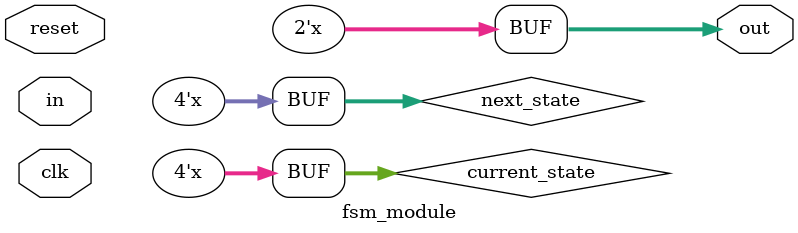
<source format=v>
module fsm_module(clk, reset, in, out);
    parameter zero=4'b0001, one1=4'b0010, two1s=4'b0100, bad=4'b1000;
    output reg [1:0] out;
    input clk, reset, in;
    reg [3:0] current_state, next_state;

    // Implement the state register using one-hot encoding
    always @(posedge clk or posedge reset) begin
        if (reset) begin
            current_state <= zero;
        end else begin
            current_state <= 4'b0000;
            current_state[current_state + 1] <= 1'b1;
        end
    end

    // Implement the state transition logic using one-hot encoding
    always @(current_state or in) begin
        case (current_state)
            zero: begin //last input was a zero 
                out = 2'b01;
                if (in) begin
                    next_state = one1;
                end else begin
                    next_state = zero;
                end
            end
            one1: begin //we've seen one 1 
                out = 2'b01;
                if (in) begin
                    next_state = two1s;
                end else begin
                    next_state = zero;
                end
            end
            two1s: begin //we've seen at least 2 ones 
                out = 2'b10;
                if (in) begin
                    next_state = two1s;
                end else begin
                    next_state = zero;
                end
            end
            bad: begin //in case we reach a bad state 
                out = 2'b01;
                next_state = zero;
            end
        endcase
        current_state <= 4'b0000;
        current_state[next_state] <= 1'b1;
    end
endmodule
</source>
